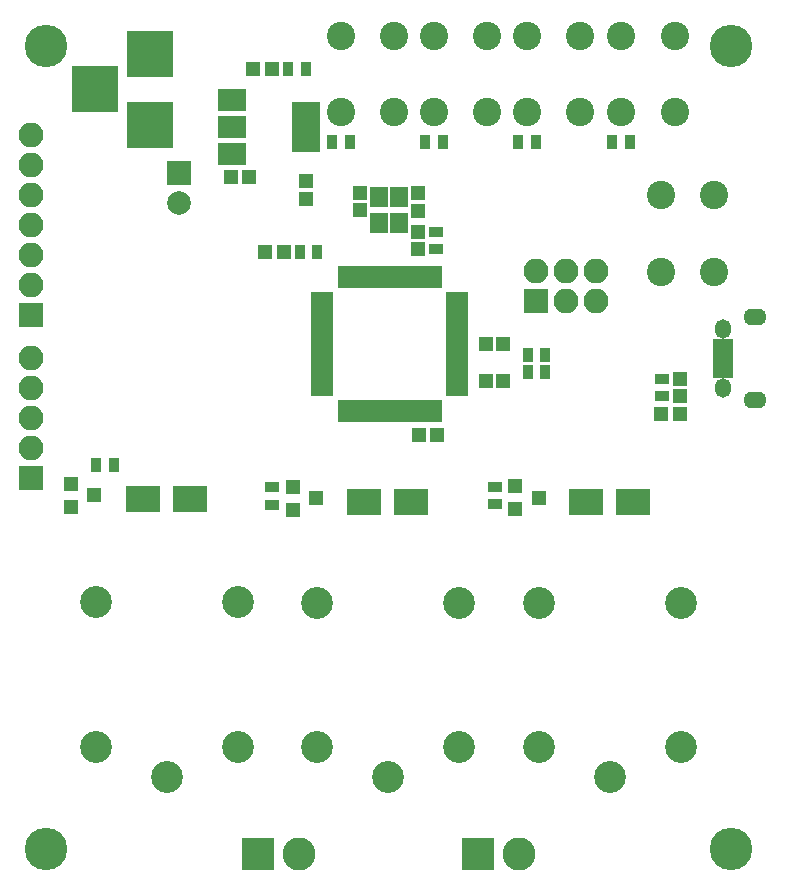
<source format=gts>
G04 #@! TF.FileFunction,Soldermask,Top*
%FSLAX46Y46*%
G04 Gerber Fmt 4.6, Leading zero omitted, Abs format (unit mm)*
G04 Created by KiCad (PCBNEW 4.0.6) date 04/22/17 16:33:41*
%MOMM*%
%LPD*%
G01*
G04 APERTURE LIST*
%ADD10C,0.100000*%
%ADD11C,2.700000*%
%ADD12R,2.100000X2.100000*%
%ADD13O,2.100000X2.100000*%
%ADD14C,3.600000*%
%ADD15R,1.150000X1.200000*%
%ADD16R,1.200000X1.150000*%
%ADD17R,1.200000X1.200000*%
%ADD18R,1.750000X0.800000*%
%ADD19O,1.350000X1.650000*%
%ADD20O,1.950000X1.400000*%
%ADD21R,1.300000X0.900000*%
%ADD22R,0.900000X1.300000*%
%ADD23R,2.900000X2.200000*%
%ADD24R,1.300000X1.200000*%
%ADD25R,2.400000X4.200000*%
%ADD26R,2.400000X1.900000*%
%ADD27R,1.900000X0.950000*%
%ADD28R,0.950000X1.900000*%
%ADD29C,2.400000*%
%ADD30R,3.900000X3.900000*%
%ADD31C,2.800000*%
%ADD32R,2.800000X2.800000*%
%ADD33R,1.600000X1.800000*%
%ADD34R,2.000000X2.000000*%
%ADD35C,2.000000*%
G04 APERTURE END LIST*
D10*
D11*
X131541000Y-108122500D03*
X137541000Y-122872500D03*
X131541000Y-120322500D03*
X143541000Y-120322500D03*
X143541000Y-108122500D03*
D12*
X126047500Y-83756500D03*
D13*
X126047500Y-81216500D03*
X126047500Y-78676500D03*
X126047500Y-76136500D03*
X126047500Y-73596500D03*
X126047500Y-71056500D03*
X126047500Y-68516500D03*
D14*
X127269000Y-61031000D03*
X185325000Y-61031000D03*
X185325000Y-129031000D03*
X127325000Y-129031000D03*
D12*
X126047500Y-97599500D03*
D13*
X126047500Y-95059500D03*
X126047500Y-92519500D03*
X126047500Y-89979500D03*
X126047500Y-87439500D03*
D12*
X168783000Y-82613500D03*
D13*
X168783000Y-80073500D03*
X171323000Y-82613500D03*
X171323000Y-80073500D03*
X173863000Y-82613500D03*
X173863000Y-80073500D03*
D15*
X180975000Y-89166000D03*
X180975000Y-90666000D03*
D16*
X143014000Y-72136000D03*
X144514000Y-72136000D03*
D15*
X149326600Y-72478200D03*
X149326600Y-73978200D03*
D16*
X164540500Y-89408000D03*
X166040500Y-89408000D03*
D15*
X158813500Y-78232000D03*
X158813500Y-76732000D03*
D16*
X164540500Y-86233000D03*
X166040500Y-86233000D03*
D15*
X153860500Y-74918000D03*
X153860500Y-73418000D03*
X158813500Y-73469500D03*
X158813500Y-74969500D03*
D16*
X158889000Y-93916500D03*
X160389000Y-93916500D03*
D17*
X179413000Y-92125800D03*
X181013000Y-92125800D03*
X146405500Y-62992000D03*
X144805500Y-62992000D03*
X147485000Y-78422500D03*
X145885000Y-78422500D03*
D18*
X184641500Y-88739500D03*
X184641500Y-88089500D03*
X184641500Y-87439500D03*
X184641500Y-86789500D03*
X184641500Y-86139500D03*
D19*
X184641500Y-89939500D03*
X184641500Y-84939500D03*
D20*
X187341500Y-90939500D03*
X187341500Y-83939500D03*
D21*
X179451000Y-90666000D03*
X179451000Y-89166000D03*
X160337500Y-78220000D03*
X160337500Y-76720000D03*
D22*
X149340000Y-62992000D03*
X147840000Y-62992000D03*
X168084500Y-87185500D03*
X169584500Y-87185500D03*
X168096500Y-88646000D03*
X169596500Y-88646000D03*
X148792500Y-78422500D03*
X150292500Y-78422500D03*
X131584000Y-96520000D03*
X133084000Y-96520000D03*
D21*
X146431000Y-98385500D03*
X146431000Y-99885500D03*
X165354000Y-98310000D03*
X165354000Y-99810000D03*
D23*
X139509000Y-99377500D03*
X135509000Y-99377500D03*
X158210000Y-99631500D03*
X154210000Y-99631500D03*
X177006000Y-99631500D03*
X173006000Y-99631500D03*
D24*
X129413000Y-98112500D03*
X129413000Y-100012500D03*
X131413000Y-99062500D03*
X148209000Y-98366500D03*
X148209000Y-100266500D03*
X150209000Y-99316500D03*
X167021000Y-98300500D03*
X167021000Y-100200500D03*
X169021000Y-99250500D03*
D22*
X175272000Y-69176900D03*
X176772000Y-69176900D03*
X167271000Y-69176900D03*
X168771000Y-69176900D03*
X159397000Y-69176900D03*
X160897000Y-69176900D03*
X151523000Y-69176900D03*
X153023000Y-69176900D03*
D25*
X149327000Y-67881500D03*
D26*
X143027000Y-67881500D03*
X143027000Y-70181500D03*
X143027000Y-65581500D03*
D27*
X162115500Y-90233000D03*
X162115500Y-89433000D03*
X162115500Y-88633000D03*
X162115500Y-87833000D03*
X162115500Y-87033000D03*
X162115500Y-86233000D03*
X162115500Y-85433000D03*
X162115500Y-84633000D03*
X162115500Y-83833000D03*
X162115500Y-83033000D03*
X162115500Y-82233000D03*
D28*
X160415500Y-80533000D03*
X159615500Y-80533000D03*
X158815500Y-80533000D03*
X158015500Y-80533000D03*
X157215500Y-80533000D03*
X156415500Y-80533000D03*
X155615500Y-80533000D03*
X154815500Y-80533000D03*
X154015500Y-80533000D03*
X153215500Y-80533000D03*
X152415500Y-80533000D03*
D27*
X150715500Y-82233000D03*
X150715500Y-83033000D03*
X150715500Y-83833000D03*
X150715500Y-84633000D03*
X150715500Y-85433000D03*
X150715500Y-86233000D03*
X150715500Y-87033000D03*
X150715500Y-87833000D03*
X150715500Y-88633000D03*
X150715500Y-89433000D03*
X150715500Y-90233000D03*
D28*
X152415500Y-91933000D03*
X153215500Y-91933000D03*
X154015500Y-91933000D03*
X154815500Y-91933000D03*
X155615500Y-91933000D03*
X156415500Y-91933000D03*
X157215500Y-91933000D03*
X158015500Y-91933000D03*
X158815500Y-91933000D03*
X159615500Y-91933000D03*
X160415500Y-91933000D03*
D11*
X150241000Y-108132500D03*
X156241000Y-122882500D03*
X150241000Y-120332500D03*
X162241000Y-120332500D03*
X162241000Y-108132500D03*
X169037000Y-108140500D03*
X175037000Y-122890500D03*
X169037000Y-120340500D03*
X181037000Y-120340500D03*
X181037000Y-108140500D03*
D29*
X183896000Y-80137000D03*
X179396000Y-80137000D03*
X183896000Y-73637000D03*
X179396000Y-73637000D03*
X180522000Y-66636900D03*
X176022000Y-66636900D03*
X180522000Y-60136900D03*
X176022000Y-60136900D03*
X172521000Y-66636900D03*
X168021000Y-66636900D03*
X172521000Y-60136900D03*
X168021000Y-60136900D03*
X164647000Y-66636900D03*
X160147000Y-66636900D03*
X164647000Y-60136900D03*
X160147000Y-60136900D03*
X156773000Y-66636900D03*
X152273000Y-66636900D03*
X156773000Y-60136900D03*
X152273000Y-60136900D03*
D30*
X136144000Y-67658500D03*
X136144000Y-61658500D03*
X131444000Y-64658500D03*
D31*
X148717000Y-129438400D03*
D32*
X145217000Y-129438400D03*
D31*
X167355400Y-129438400D03*
D32*
X163855400Y-129438400D03*
D33*
X155462500Y-73787000D03*
X155462500Y-75987000D03*
X157162500Y-75987000D03*
X157162500Y-73787000D03*
D34*
X138557000Y-71795000D03*
D35*
X138557000Y-74295000D03*
M02*

</source>
